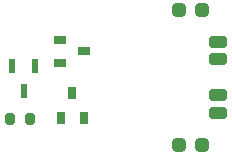
<source format=gbr>
%TF.GenerationSoftware,KiCad,Pcbnew,7.0.1*%
%TF.CreationDate,2025-01-27T12:13:09-08:00*%
%TF.ProjectId,project,70726f6a-6563-4742-9e6b-696361645f70,rev?*%
%TF.SameCoordinates,Original*%
%TF.FileFunction,Paste,Top*%
%TF.FilePolarity,Positive*%
%FSLAX46Y46*%
G04 Gerber Fmt 4.6, Leading zero omitted, Abs format (unit mm)*
G04 Created by KiCad (PCBNEW 7.0.1) date 2025-01-27 12:13:09*
%MOMM*%
%LPD*%
G01*
G04 APERTURE LIST*
G04 Aperture macros list*
%AMRoundRect*
0 Rectangle with rounded corners*
0 $1 Rounding radius*
0 $2 $3 $4 $5 $6 $7 $8 $9 X,Y pos of 4 corners*
0 Add a 4 corners polygon primitive as box body*
4,1,4,$2,$3,$4,$5,$6,$7,$8,$9,$2,$3,0*
0 Add four circle primitives for the rounded corners*
1,1,$1+$1,$2,$3*
1,1,$1+$1,$4,$5*
1,1,$1+$1,$6,$7*
1,1,$1+$1,$8,$9*
0 Add four rect primitives between the rounded corners*
20,1,$1+$1,$2,$3,$4,$5,0*
20,1,$1+$1,$4,$5,$6,$7,0*
20,1,$1+$1,$6,$7,$8,$9,0*
20,1,$1+$1,$8,$9,$2,$3,0*%
G04 Aperture macros list end*
%ADD10R,1.100000X0.650000*%
%ADD11R,0.600000X1.300000*%
%ADD12RoundRect,0.255375X-0.485125X0.255375X-0.485125X-0.255375X0.485125X-0.255375X0.485125X0.255375X0*%
%ADD13RoundRect,0.285750X-0.295250X0.285750X-0.295250X-0.285750X0.295250X-0.285750X0.295250X0.285750X0*%
%ADD14RoundRect,0.200000X0.200000X0.275000X-0.200000X0.275000X-0.200000X-0.275000X0.200000X-0.275000X0*%
%ADD15R,0.650000X1.100000*%
G04 APERTURE END LIST*
D10*
%TO.C,Q3*%
X104850000Y-89840000D03*
X104850000Y-91760000D03*
X106950000Y-90800000D03*
%TD*%
D11*
%TO.C,Q1*%
X102750000Y-92050000D03*
X100850000Y-92050000D03*
X101800000Y-94150000D03*
%TD*%
D12*
%TO.C,SW1*%
X118240500Y-89989250D03*
X118250000Y-91500000D03*
X118250000Y-94500000D03*
X118250000Y-96000000D03*
D13*
X116950000Y-98700000D03*
X115000000Y-87300000D03*
X115000000Y-98700000D03*
X116931000Y-87328500D03*
%TD*%
D14*
%TO.C,R1*%
X102325000Y-96500000D03*
X100675000Y-96500000D03*
%TD*%
D15*
%TO.C,Q2*%
X104980000Y-96450000D03*
X106900000Y-96450000D03*
X105940000Y-94350000D03*
%TD*%
M02*

</source>
